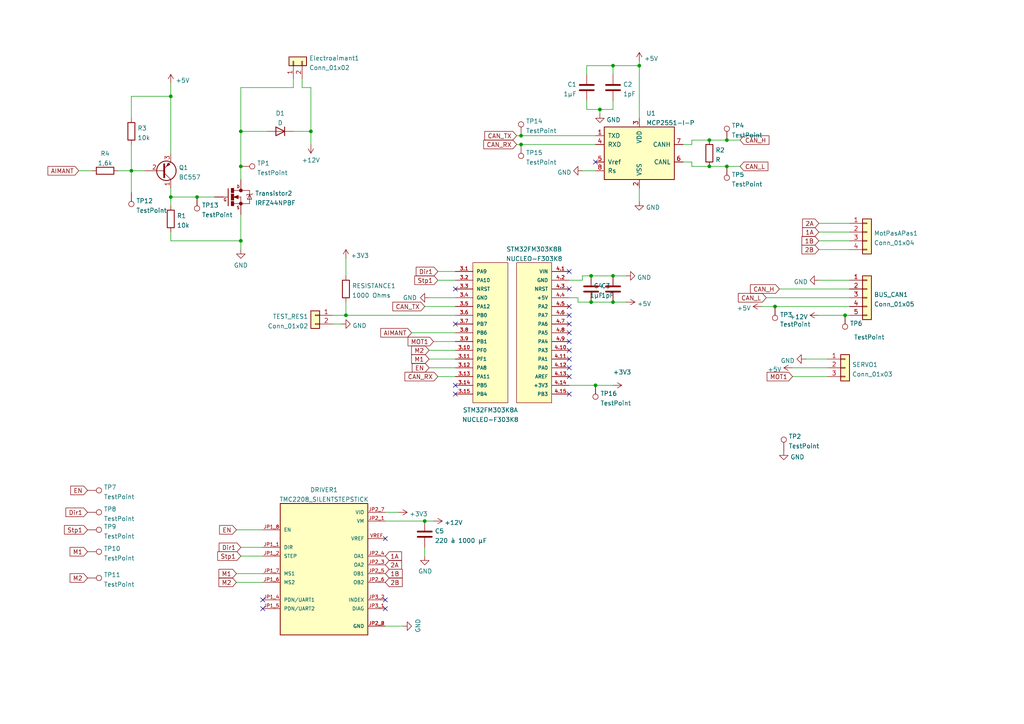
<source format=kicad_sch>
(kicad_sch (version 20211123) (generator eeschema)
  (paper "A4")
  (lib_symbols
    (symbol "Connector:TestPoint" (pin_numbers hide) (pin_names (offset 0.762) hide)
      (property "Reference" "TP" (at 0 6.858 0))
      (property "Value" "TestPoint" (at 0 5.08 0))
      (symbol "TestPoint_0_1"
        (circle (center 0 3.302) (radius 0.762))
      )
      (symbol "TestPoint_1_1"
        (pin passive line (at 0 0 90) (length 2.54) (name "1") (number "1"))
      )
    )
    (symbol "Connector_Generic:Conn_01x02" (pin_names (offset 1.016) hide)
      (property "Reference" "J" (at 0 2.54 0))
      (property "Value" "Conn_01x02" (at 0 -5.08 0))
      (symbol "Conn_01x02_1_1"
        (rectangle (start -1.27 -2.413) (end 0 -2.667) (stroke (width 0.1524)))
        (rectangle (start -1.27 0.127) (end 0 -0.127) (stroke (width 0.1524)))
        (rectangle (start -1.27 1.27) (end 1.27 -3.81) (stroke (width 0.254)) (fill (type background)))
        (pin passive line (at -5.08 0 0) (length 3.81) (name "Pin_1") (number "1"))
        (pin passive line (at -5.08 -2.54 0) (length 3.81) (name "Pin_2") (number "2"))
      )
    )
    (symbol "Connector_Generic:Conn_01x03" (pin_names (offset 1.016) hide)
      (property "Reference" "J" (at 0 5.08 0))
      (property "Value" "Conn_01x03" (at 0 -5.08 0))
      (symbol "Conn_01x03_1_1"
        (rectangle (start -1.27 -2.413) (end 0 -2.667) (stroke (width 0.1524)))
        (rectangle (start -1.27 0.127) (end 0 -0.127) (stroke (width 0.1524)))
        (rectangle (start -1.27 2.667) (end 0 2.413) (stroke (width 0.1524)))
        (rectangle (start -1.27 3.81) (end 1.27 -3.81) (stroke (width 0.254)) (fill (type background)))
        (pin passive line (at -5.08 2.54 0) (length 3.81) (name "Pin_1") (number "1"))
        (pin passive line (at -5.08 0 0) (length 3.81) (name "Pin_2") (number "2"))
        (pin passive line (at -5.08 -2.54 0) (length 3.81) (name "Pin_3") (number "3"))
      )
    )
    (symbol "Connector_Generic:Conn_01x04" (pin_names (offset 1.016) hide)
      (property "Reference" "J" (at 0 5.08 0))
      (property "Value" "Conn_01x04" (at 0 -7.62 0))
      (symbol "Conn_01x04_1_1"
        (rectangle (start -1.27 -4.953) (end 0 -5.207) (stroke (width 0.1524)))
        (rectangle (start -1.27 -2.413) (end 0 -2.667) (stroke (width 0.1524)))
        (rectangle (start -1.27 0.127) (end 0 -0.127) (stroke (width 0.1524)))
        (rectangle (start -1.27 2.667) (end 0 2.413) (stroke (width 0.1524)))
        (rectangle (start -1.27 3.81) (end 1.27 -6.35) (stroke (width 0.254)) (fill (type background)))
        (pin passive line (at -5.08 2.54 0) (length 3.81) (name "Pin_1") (number "1"))
        (pin passive line (at -5.08 0 0) (length 3.81) (name "Pin_2") (number "2"))
        (pin passive line (at -5.08 -2.54 0) (length 3.81) (name "Pin_3") (number "3"))
        (pin passive line (at -5.08 -5.08 0) (length 3.81) (name "Pin_4") (number "4"))
      )
    )
    (symbol "Connector_Generic:Conn_01x05" (pin_names (offset 1.016) hide)
      (property "Reference" "J" (at 0 7.62 0))
      (property "Value" "Conn_01x05" (at 0 -7.62 0))
      (symbol "Conn_01x05_1_1"
        (rectangle (start -1.27 -4.953) (end 0 -5.207) (stroke (width 0.1524)))
        (rectangle (start -1.27 -2.413) (end 0 -2.667) (stroke (width 0.1524)))
        (rectangle (start -1.27 0.127) (end 0 -0.127) (stroke (width 0.1524)))
        (rectangle (start -1.27 2.667) (end 0 2.413) (stroke (width 0.1524)))
        (rectangle (start -1.27 5.207) (end 0 4.953) (stroke (width 0.1524)))
        (rectangle (start -1.27 6.35) (end 1.27 -6.35) (stroke (width 0.254)) (fill (type background)))
        (pin passive line (at -5.08 5.08 0) (length 3.81) (name "Pin_1") (number "1"))
        (pin passive line (at -5.08 2.54 0) (length 3.81) (name "Pin_2") (number "2"))
        (pin passive line (at -5.08 0 0) (length 3.81) (name "Pin_3") (number "3"))
        (pin passive line (at -5.08 -2.54 0) (length 3.81) (name "Pin_4") (number "4"))
        (pin passive line (at -5.08 -5.08 0) (length 3.81) (name "Pin_5") (number "5"))
      )
    )
    (symbol "Device:C" (pin_numbers hide) (pin_names (offset 0.254))
      (property "Reference" "C" (at 0.635 2.54 0))
      (property "Value" "C" (at 0.635 -2.54 0))
      (symbol "C_0_1"
        (polyline (pts (xy -2.032 -0.762) (xy 2.032 -0.762)) (stroke (width 0.508)))
        (polyline (pts (xy -2.032 0.762) (xy 2.032 0.762)) (stroke (width 0.508)))
      )
      (symbol "C_1_1"
        (pin passive line (at 0 3.81 270) (length 2.794) (name "~") (number "1"))
        (pin passive line (at 0 -3.81 90) (length 2.794) (name "~") (number "2"))
      )
    )
    (symbol "Device:D" (pin_numbers hide) (pin_names (offset 1.016) hide)
      (property "Reference" "D" (at 0 2.54 0))
      (property "Value" "D" (at 0 -2.54 0))
      (symbol "D_0_1"
        (polyline (pts (xy -1.27 1.27) (xy -1.27 -1.27)) (stroke (width 0.254)))
        (polyline (pts (xy 1.27 0) (xy -1.27 0)))
        (polyline (pts (xy 1.27 1.27) (xy 1.27 -1.27) (xy -1.27 0) (xy 1.27 1.27)) (stroke (width 0.254)))
      )
      (symbol "D_1_1"
        (pin passive line (at -3.81 0 0) (length 2.54) (name "K") (number "1"))
        (pin passive line (at 3.81 0 180) (length 2.54) (name "A") (number "2"))
      )
    )
    (symbol "Device:R" (pin_numbers hide) (pin_names (offset 0))
      (property "Reference" "R" (at 2.032 0 90))
      (property "Value" "R" (at 0 0 90))
      (symbol "R_0_1"
        (rectangle (start -1.016 -2.54) (end 1.016 2.54) (stroke (width 0.254)))
      )
      (symbol "R_1_1"
        (pin passive line (at 0 3.81 270) (length 1.27) (name "~") (number "1"))
        (pin passive line (at 0 -3.81 90) (length 1.27) (name "~") (number "2"))
      )
    )
    (symbol "IRFZ44NPBF:IRFZ44NPBF" (pin_numbers hide) (pin_names (offset 1.016) hide)
      (property "Reference" "U" (at 5.08 2.54 0))
      (property "Value" "IRFZ44NPBF" (at 5.08 0 0))
      (symbol "IRFZ44NPBF_0_0"
        (rectangle (start -2.794 -2.54) (end -2.032 -1.27) (fill (type outline)))
        (rectangle (start -2.794 -0.889) (end -2.032 0.889) (fill (type outline)))
        (rectangle (start -2.794 1.27) (end -2.032 2.54) (fill (type outline)))
        (circle (center 0 -1.905) (radius 0.127) (stroke (width 0.4064)))
        (polyline (pts (xy -3.81 0) (xy -5.08 0)) (stroke (width 0.1524)))
        (polyline (pts (xy -3.6576 2.413) (xy -3.6576 -2.54)) (stroke (width 0.254)))
        (polyline (pts (xy -2.032 -1.905) (xy 0 -1.905)) (stroke (width 0.1524)))
        (polyline (pts (xy -2.032 0) (xy -0.762 -0.508)) (stroke (width 0.1524)))
        (polyline (pts (xy -1.778 0) (xy -0.889 -0.254)) (stroke (width 0.3048)))
        (polyline (pts (xy -0.889 -0.254) (xy -0.889 0)) (stroke (width 0.3048)))
        (polyline (pts (xy -0.889 0) (xy -1.143 0)) (stroke (width 0.3048)))
        (polyline (pts (xy -0.889 0) (xy 0 0)) (stroke (width 0.1524)))
        (polyline (pts (xy -0.889 0.254) (xy -1.778 0)) (stroke (width 0.3048)))
        (polyline (pts (xy -0.762 -0.508) (xy -0.762 0.508)) (stroke (width 0.1524)))
        (polyline (pts (xy -0.762 0.508) (xy -2.032 0)) (stroke (width 0.1524)))
        (polyline (pts (xy 0 -1.905) (xy 0 -2.54)) (stroke (width 0.1524)))
        (polyline (pts (xy 0 0) (xy 0 -1.905)) (stroke (width 0.1524)))
        (polyline (pts (xy 0 1.905) (xy -2.0066 1.905)) (stroke (width 0.1524)))
        (polyline (pts (xy 0 1.905) (xy 2.54 1.905)) (stroke (width 0.1524)))
        (polyline (pts (xy 0 2.54) (xy 0 1.905)) (stroke (width 0.1524)))
        (polyline (pts (xy 1.905 -0.635) (xy 3.175 -0.635)) (stroke (width 0.1524)))
        (polyline (pts (xy 1.905 0.762) (xy 1.651 0.508)) (stroke (width 0.1524)))
        (polyline (pts (xy 1.905 0.762) (xy 2.54 0.762)) (stroke (width 0.1524)))
        (polyline (pts (xy 2.54 -1.905) (xy 0 -1.905)) (stroke (width 0.1524)))
        (polyline (pts (xy 2.54 0.762) (xy 1.905 -0.635)) (stroke (width 0.1524)))
        (polyline (pts (xy 2.54 0.762) (xy 2.54 -1.905)) (stroke (width 0.1524)))
        (polyline (pts (xy 2.54 0.762) (xy 3.175 0.762)) (stroke (width 0.1524)))
        (polyline (pts (xy 2.54 1.905) (xy 2.54 0.762)) (stroke (width 0.1524)))
        (polyline (pts (xy 3.175 -0.635) (xy 2.54 0.762)) (stroke (width 0.1524)))
        (polyline (pts (xy 3.175 0.762) (xy 3.429 1.016)) (stroke (width 0.1524)))
        (circle (center 0 1.905) (radius 0.127) (stroke (width 0.4064)))
        (text "D" (at -1.27 2.54 0) (effects (font (size 0.8128 0.8128)) (justify left bottom)))
        (text "G" (at -5.08 -1.27 0) (effects (font (size 0.8128 0.8128)) (justify left bottom)))
        (text "S" (at -1.27 -3.556 0) (effects (font (size 0.8128 0.8128)) (justify left bottom)))
        (pin passive line (at -7.62 0 0) (length 2.54) (name "~") (number "1"))
        (pin passive line (at 0 5.08 270) (length 2.54) (name "~") (number "2"))
        (pin passive line (at 0 -5.08 90) (length 2.54) (name "~") (number "3"))
      )
    )
    (symbol "Interface_CAN_LIN:MCP2551-I-P" (pin_names (offset 1.016))
      (property "Reference" "U" (at -10.16 8.89 0))
      (property "Value" "MCP2551-I-P" (at 2.54 8.89 0))
      (symbol "MCP2551-I-P_0_1"
        (rectangle (start -10.16 7.62) (end 10.16 -7.62) (stroke (width 0.254)) (fill (type background)))
      )
      (symbol "MCP2551-I-P_1_1"
        (pin input line (at -12.7 5.08 0) (length 2.54) (name "TXD") (number "1"))
        (pin power_in line (at 0 -10.16 90) (length 2.54) (name "VSS") (number "2"))
        (pin power_in line (at 0 10.16 270) (length 2.54) (name "VDD") (number "3"))
        (pin output line (at -12.7 2.54 0) (length 2.54) (name "RXD") (number "4"))
        (pin power_out line (at -12.7 -2.54 0) (length 2.54) (name "Vref") (number "5"))
        (pin bidirectional line (at 12.7 -2.54 180) (length 2.54) (name "CANL") (number "6"))
        (pin bidirectional line (at 12.7 2.54 180) (length 2.54) (name "CANH") (number "7"))
        (pin input line (at -12.7 -5.08 0) (length 2.54) (name "Rs") (number "8"))
      )
    )
    (symbol "NUCLEO-F303K8:NUCLEO-F303K8" (pin_names (offset 1.016))
      (property "Reference" "A" (at -5.08 20.8534 0))
      (property "Value" "NUCLEO-F303K8" (at -5.08 -22.6314 0))
      (symbol "NUCLEO-F303K8_1_0"
        (rectangle (start -5.08 -20.32) (end 5.08 20.32) (stroke (width 0.1524)) (fill (type background)))
        (pin bidirectional line (at 10.16 17.78 180) (length 5.08) (name "PA9") (number "3.1"))
        (pin bidirectional line (at 10.16 -5.08 180) (length 5.08) (name "PF0") (number "3.10"))
        (pin bidirectional line (at 10.16 -7.62 180) (length 5.08) (name "PF1") (number "3.11"))
        (pin bidirectional line (at 10.16 -10.16 180) (length 5.08) (name "PA8") (number "3.12"))
        (pin bidirectional line (at 10.16 -12.7 180) (length 5.08) (name "PA11") (number "3.13"))
        (pin bidirectional line (at 10.16 -15.24 180) (length 5.08) (name "PB5") (number "3.14"))
        (pin bidirectional line (at 10.16 -17.78 180) (length 5.08) (name "PB4") (number "3.15"))
        (pin bidirectional line (at 10.16 15.24 180) (length 5.08) (name "PA10") (number "3.2"))
        (pin bidirectional line (at 10.16 12.7 180) (length 5.08) (name "NRST") (number "3.3"))
        (pin bidirectional line (at 10.16 10.16 180) (length 5.08) (name "GND") (number "3.4"))
        (pin bidirectional line (at 10.16 7.62 180) (length 5.08) (name "PA12") (number "3.5"))
        (pin bidirectional line (at 10.16 5.08 180) (length 5.08) (name "PB0") (number "3.6"))
        (pin bidirectional line (at 10.16 2.54 180) (length 5.08) (name "PB7") (number "3.7"))
        (pin bidirectional line (at 10.16 0 180) (length 5.08) (name "PB6") (number "3.8"))
        (pin bidirectional line (at 10.16 -2.54 180) (length 5.08) (name "PB1") (number "3.9"))
      )
      (symbol "NUCLEO-F303K8_2_0"
        (rectangle (start -5.08 -20.32) (end 5.08 20.32) (stroke (width 0.1524)) (fill (type background)))
        (pin bidirectional line (at 10.16 17.78 180) (length 5.08) (name "VIN") (number "4.1"))
        (pin bidirectional line (at 10.16 -5.08 180) (length 5.08) (name "PA3") (number "4.10"))
        (pin bidirectional line (at 10.16 -7.62 180) (length 5.08) (name "PA1") (number "4.11"))
        (pin bidirectional line (at 10.16 -10.16 180) (length 5.08) (name "PA0") (number "4.12"))
        (pin bidirectional line (at 10.16 -12.7 180) (length 5.08) (name "AREF") (number "4.13"))
        (pin bidirectional line (at 10.16 -15.24 180) (length 5.08) (name "+3V3") (number "4.14"))
        (pin bidirectional line (at 10.16 -17.78 180) (length 5.08) (name "PB3") (number "4.15"))
        (pin bidirectional line (at 10.16 15.24 180) (length 5.08) (name "GND") (number "4.2"))
        (pin bidirectional line (at 10.16 12.7 180) (length 5.08) (name "NRST") (number "4.3"))
        (pin bidirectional line (at 10.16 10.16 180) (length 5.08) (name "+5V") (number "4.4"))
        (pin bidirectional line (at 10.16 7.62 180) (length 5.08) (name "PA2") (number "4.5"))
        (pin bidirectional line (at 10.16 5.08 180) (length 5.08) (name "PA7") (number "4.6"))
        (pin bidirectional line (at 10.16 2.54 180) (length 5.08) (name "PA6") (number "4.7"))
        (pin bidirectional line (at 10.16 0 180) (length 5.08) (name "PA5") (number "4.8"))
        (pin bidirectional line (at 10.16 -2.54 180) (length 5.08) (name "PA4") (number "4.9"))
      )
    )
    (symbol "TMC2208_SILENTSTEPSTICK:TMC2208_SILENTSTEPSTICK" (pin_names (offset 1.016))
      (property "Reference" "U" (at -12.7 19.05 0))
      (property "Value" "TMC2208_SILENTSTEPSTICK" (at -12.7 -22.86 0))
      (symbol "TMC2208_SILENTSTEPSTICK_0_0"
        (rectangle (start -12.7 -20.32) (end 12.7 17.78) (stroke (width 0.254)) (fill (type background)))
        (pin input line (at -17.78 5.08 0) (length 5.08) (name "DIR") (number "JP1_1"))
        (pin input line (at -17.78 2.54 0) (length 5.08) (name "STEP") (number "JP1_2"))
        (pin bidirectional line (at -17.78 -10.16 0) (length 5.08) (name "PDN/UART1") (number "JP1_4"))
        (pin bidirectional line (at -17.78 -12.7 0) (length 5.08) (name "PDN/UART2") (number "JP1_5"))
        (pin input line (at -17.78 -5.08 0) (length 5.08) (name "MS2") (number "JP1_6"))
        (pin input line (at -17.78 -2.54 0) (length 5.08) (name "MS1") (number "JP1_7"))
        (pin input line (at -17.78 10.16 0) (length 5.08) (name "EN") (number "JP1_8"))
        (pin power_in line (at 17.78 12.7 180) (length 5.08) (name "VM") (number "JP2_1"))
        (pin power_in line (at 17.78 -17.78 180) (length 5.08) (name "GND") (number "JP2_2"))
        (pin passive line (at 17.78 0 180) (length 5.08) (name "OA2") (number "JP2_3"))
        (pin passive line (at 17.78 2.54 180) (length 5.08) (name "OA1") (number "JP2_4"))
        (pin passive line (at 17.78 -2.54 180) (length 5.08) (name "OB1") (number "JP2_5"))
        (pin passive line (at 17.78 -5.08 180) (length 5.08) (name "OB2") (number "JP2_6"))
        (pin power_in line (at 17.78 15.24 180) (length 5.08) (name "VIO") (number "JP2_7"))
        (pin power_in line (at 17.78 -17.78 180) (length 5.08) (name "GND") (number "JP2_8"))
        (pin output line (at 17.78 -12.7 180) (length 5.08) (name "DIAG") (number "JP3_1"))
        (pin output line (at 17.78 -10.16 180) (length 5.08) (name "INDEX") (number "JP3_2"))
        (pin passive line (at 17.78 7.62 180) (length 5.08) (name "VREF") (number "VREF"))
      )
    )
    (symbol "Transistor_BJT:BC557" (pin_names (offset 0) hide)
      (property "Reference" "Q" (at 5.08 1.905 0))
      (property "Value" "BC557" (at 5.08 0 0))
      (symbol "BC557_0_1"
        (polyline (pts (xy 0.635 0.635) (xy 2.54 2.54)))
        (polyline (pts (xy 0.635 -0.635) (xy 2.54 -2.54) (xy 2.54 -2.54)))
        (polyline (pts (xy 0.635 1.905) (xy 0.635 -1.905) (xy 0.635 -1.905)) (stroke (width 0.508)))
        (polyline (pts (xy 2.286 -1.778) (xy 1.778 -2.286) (xy 1.27 -1.27) (xy 2.286 -1.778) (xy 2.286 -1.778)) (fill (type outline)))
        (circle (center 1.27 0) (radius 2.8194) (stroke (width 0.254)))
      )
      (symbol "BC557_1_1"
        (pin passive line (at 2.54 5.08 270) (length 2.54) (name "C") (number "1"))
        (pin input line (at -5.08 0 0) (length 5.715) (name "B") (number "2"))
        (pin passive line (at 2.54 -5.08 90) (length 2.54) (name "E") (number "3"))
      )
    )
    (symbol "power:+12V" (power) (pin_names (offset 0))
      (property "Value" "+12V" (at 0 3.556 0))
      (symbol "+12V_0_1"
        (polyline (pts (xy -0.762 1.27) (xy 0 2.54)))
        (polyline (pts (xy 0 0) (xy 0 2.54)))
        (polyline (pts (xy 0 2.54) (xy 0.762 1.27)))
      )
      (symbol "+12V_1_1"
        (pin power_in line (at 0 0 90) (length 0) hide (name "+12V") (number "1"))
      )
    )
    (symbol "power:+3.3V" (power) (pin_names (offset 0))
      (property "Value" "+3.3V" (at 0 3.556 0))
      (symbol "+3.3V_0_1"
        (polyline (pts (xy -0.762 1.27) (xy 0 2.54)))
        (polyline (pts (xy 0 0) (xy 0 2.54)))
        (polyline (pts (xy 0 2.54) (xy 0.762 1.27)))
      )
      (symbol "+3.3V_1_1"
        (pin power_in line (at 0 0 90) (length 0) hide (name "+3V3") (number "1"))
      )
    )
    (symbol "power:+5V" (power) (pin_names (offset 0))
      (property "Value" "+5V" (at 0 3.556 0))
      (symbol "+5V_0_1"
        (polyline (pts (xy -0.762 1.27) (xy 0 2.54)))
        (polyline (pts (xy 0 0) (xy 0 2.54)))
        (polyline (pts (xy 0 2.54) (xy 0.762 1.27)))
      )
      (symbol "+5V_1_1"
        (pin power_in line (at 0 0 90) (length 0) hide (name "+5V") (number "1"))
      )
    )
    (symbol "power:GND" (power) (pin_names (offset 0))
      (property "Value" "GND" (at 0 -3.81 0))
      (symbol "GND_0_1"
        (polyline (pts (xy 0 0) (xy 0 -1.27) (xy 1.27 -1.27) (xy 0 -2.54) (xy -1.27 -1.27) (xy 0 -1.27)))
      )
      (symbol "GND_1_1"
        (pin power_in line (at 0 0 270) (length 0) hide (name "GND") (number "1"))
      )
    )
  )
  (junction (at 172.72 111.76))
  (junction (at 210.82 48.26))
  (junction (at 224.79 88.9))
  (junction (at 177.8 87.63))
  (junction (at 205.74 40.64))
  (junction (at 177.8 80.01))
  (junction (at 69.85 38.1))
  (junction (at 151.13 39.37))
  (junction (at 57.15 57.15))
  (junction (at 205.74 48.26))
  (junction (at 123.19 151.13))
  (junction (at 100.33 91.44))
  (junction (at 151.13 41.91))
  (junction (at 69.85 48.26))
  (junction (at 171.45 87.63))
  (junction (at 177.8 19.05))
  (junction (at 173.99 31.75))
  (junction (at 210.82 40.64))
  (junction (at 245.11 91.44))
  (junction (at 38.1 49.53))
  (junction (at 49.53 27.94))
  (junction (at 49.53 57.15))
  (junction (at 185.42 19.05))
  (junction (at 69.85 69.85))
  (junction (at 90.17 38.1))
  (junction (at 171.45 80.01))
  (no_connect (at 165.1 88.9))
  (no_connect (at 165.1 91.44))
  (no_connect (at 132.08 83.82))
  (no_connect (at 132.08 93.98))
  (no_connect (at 132.08 111.76))
  (no_connect (at 132.08 114.3))
  (no_connect (at 165.1 78.74))
  (no_connect (at 172.72 46.99))
  (no_connect (at 76.2 173.99))
  (no_connect (at 111.76 173.99))
  (no_connect (at 111.76 176.53))
  (no_connect (at 111.76 156.21))
  (no_connect (at 165.1 93.98))
  (no_connect (at 165.1 96.52))
  (no_connect (at 165.1 99.06))
  (no_connect (at 165.1 101.6))
  (no_connect (at 165.1 104.14))
  (no_connect (at 165.1 106.68))
  (no_connect (at 165.1 83.82))
  (no_connect (at 165.1 109.22))
  (no_connect (at 165.1 114.3))
  (no_connect (at 76.2 176.53))
  (wire (pts (xy 224.79 88.9) (xy 246.38 88.9)))
  (wire (pts (xy 127 78.74) (xy 132.08 78.74)))
  (wire (pts (xy 171.45 80.01) (xy 177.8 80.01)))
  (wire (pts (xy 124.46 101.6) (xy 132.08 101.6)))
  (wire (pts (xy 237.49 67.31) (xy 246.38 67.31)))
  (wire (pts (xy 69.85 48.26) (xy 69.85 52.07)))
  (wire (pts (xy 38.1 49.53) (xy 38.1 55.88)))
  (wire (pts (xy 127 109.22) (xy 132.08 109.22)))
  (wire (pts (xy 200.66 41.91) (xy 200.66 40.64)))
  (wire (pts (xy 226.06 83.82) (xy 246.38 83.82)))
  (wire (pts (xy 170.18 29.21) (xy 170.18 31.75)))
  (wire (pts (xy 229.87 106.68) (xy 240.03 106.68)))
  (wire (pts (xy 96.52 91.44) (xy 100.33 91.44)))
  (wire (pts (xy 111.76 151.13) (xy 123.19 151.13)))
  (wire (pts (xy 123.19 158.75) (xy 123.19 161.29)))
  (wire (pts (xy 34.29 49.53) (xy 38.1 49.53)))
  (wire (pts (xy 100.33 91.44) (xy 132.08 91.44)))
  (wire (pts (xy 173.99 31.75) (xy 173.99 33.02)))
  (wire (pts (xy 119.38 96.52) (xy 132.08 96.52)))
  (wire (pts (xy 90.17 25.4) (xy 90.17 38.1)))
  (wire (pts (xy 200.66 40.64) (xy 205.74 40.64)))
  (wire (pts (xy 170.18 19.05) (xy 177.8 19.05)))
  (wire (pts (xy 165.1 111.76) (xy 172.72 111.76)))
  (wire (pts (xy 87.63 25.4) (xy 90.17 25.4)))
  (wire (pts (xy 124.46 106.68) (xy 132.08 106.68)))
  (wire (pts (xy 38.1 27.94) (xy 38.1 34.29)))
  (wire (pts (xy 200.66 48.26) (xy 205.74 48.26)))
  (wire (pts (xy 123.19 151.13) (xy 125.73 151.13)))
  (wire (pts (xy 49.53 67.31) (xy 49.53 69.85)))
  (wire (pts (xy 205.74 40.64) (xy 210.82 40.64)))
  (wire (pts (xy 177.8 29.21) (xy 177.8 31.75)))
  (wire (pts (xy 185.42 17.78) (xy 185.42 19.05)))
  (wire (pts (xy 123.19 88.9) (xy 132.08 88.9)))
  (wire (pts (xy 68.58 153.67) (xy 76.2 153.67)))
  (wire (pts (xy 69.85 62.23) (xy 69.85 69.85)))
  (wire (pts (xy 69.85 38.1) (xy 77.47 38.1)))
  (wire (pts (xy 245.11 91.44) (xy 246.38 91.44)))
  (wire (pts (xy 57.15 57.15) (xy 62.23 57.15)))
  (wire (pts (xy 168.91 80.01) (xy 171.45 80.01)))
  (wire (pts (xy 49.53 27.94) (xy 49.53 44.45)))
  (wire (pts (xy 149.86 41.91) (xy 151.13 41.91)))
  (wire (pts (xy 198.12 41.91) (xy 200.66 41.91)))
  (wire (pts (xy 49.53 57.15) (xy 49.53 59.69)))
  (wire (pts (xy 125.73 99.06) (xy 132.08 99.06)))
  (wire (pts (xy 210.82 48.26) (xy 214.63 48.26)))
  (wire (pts (xy 165.1 81.28) (xy 168.91 81.28)))
  (wire (pts (xy 220.98 88.9) (xy 224.79 88.9)))
  (wire (pts (xy 69.85 38.1) (xy 69.85 48.26)))
  (wire (pts (xy 111.76 181.61) (xy 116.84 181.61)))
  (wire (pts (xy 38.1 41.91) (xy 38.1 49.53)))
  (wire (pts (xy 87.63 22.86) (xy 87.63 25.4)))
  (wire (pts (xy 210.82 40.64) (xy 214.63 40.64)))
  (wire (pts (xy 185.42 54.61) (xy 185.42 58.42)))
  (wire (pts (xy 177.8 19.05) (xy 177.8 21.59)))
  (wire (pts (xy 167.64 86.36) (xy 167.64 87.63)))
  (wire (pts (xy 100.33 87.63) (xy 100.33 91.44)))
  (wire (pts (xy 151.13 41.91) (xy 172.72 41.91)))
  (wire (pts (xy 177.8 19.05) (xy 185.42 19.05)))
  (wire (pts (xy 168.91 81.28) (xy 168.91 80.01)))
  (wire (pts (xy 165.1 86.36) (xy 167.64 86.36)))
  (wire (pts (xy 233.68 104.14) (xy 240.03 104.14)))
  (wire (pts (xy 69.85 69.85) (xy 69.85 72.39)))
  (wire (pts (xy 237.49 91.44) (xy 245.11 91.44)))
  (wire (pts (xy 171.45 87.63) (xy 177.8 87.63)))
  (wire (pts (xy 49.53 69.85) (xy 69.85 69.85)))
  (wire (pts (xy 124.46 104.14) (xy 132.08 104.14)))
  (wire (pts (xy 185.42 19.05) (xy 185.42 34.29)))
  (wire (pts (xy 49.53 24.13) (xy 49.53 27.94)))
  (wire (pts (xy 172.72 111.76) (xy 177.8 111.76)))
  (wire (pts (xy 68.58 168.91) (xy 76.2 168.91)))
  (wire (pts (xy 173.99 31.75) (xy 177.8 31.75)))
  (wire (pts (xy 85.09 38.1) (xy 90.17 38.1)))
  (wire (pts (xy 69.85 158.75) (xy 76.2 158.75)))
  (wire (pts (xy 237.49 72.39) (xy 246.38 72.39)))
  (wire (pts (xy 222.25 86.36) (xy 246.38 86.36)))
  (wire (pts (xy 170.18 31.75) (xy 173.99 31.75)))
  (wire (pts (xy 100.33 74.93) (xy 100.33 80.01)))
  (wire (pts (xy 69.85 38.1) (xy 69.85 25.4)))
  (wire (pts (xy 170.18 21.59) (xy 170.18 19.05)))
  (wire (pts (xy 205.74 48.26) (xy 210.82 48.26)))
  (wire (pts (xy 177.8 80.01) (xy 181.61 80.01)))
  (wire (pts (xy 69.85 25.4) (xy 85.09 25.4)))
  (wire (pts (xy 38.1 49.53) (xy 41.91 49.53)))
  (wire (pts (xy 198.12 46.99) (xy 200.66 46.99)))
  (wire (pts (xy 237.49 69.85) (xy 246.38 69.85)))
  (wire (pts (xy 237.49 64.77) (xy 246.38 64.77)))
  (wire (pts (xy 68.58 166.37) (xy 76.2 166.37)))
  (wire (pts (xy 200.66 46.99) (xy 200.66 48.26)))
  (wire (pts (xy 149.86 39.37) (xy 151.13 39.37)))
  (wire (pts (xy 229.87 109.22) (xy 240.03 109.22)))
  (wire (pts (xy 90.17 38.1) (xy 90.17 41.91)))
  (wire (pts (xy 168.91 49.53) (xy 172.72 49.53)))
  (wire (pts (xy 151.13 39.37) (xy 172.72 39.37)))
  (wire (pts (xy 167.64 87.63) (xy 171.45 87.63)))
  (wire (pts (xy 127 81.28) (xy 132.08 81.28)))
  (wire (pts (xy 237.49 81.28) (xy 246.38 81.28)))
  (wire (pts (xy 49.53 57.15) (xy 57.15 57.15)))
  (wire (pts (xy 124.46 86.36) (xy 132.08 86.36)))
  (wire (pts (xy 38.1 27.94) (xy 49.53 27.94)))
  (wire (pts (xy 49.53 54.61) (xy 49.53 57.15)))
  (wire (pts (xy 99.06 93.98) (xy 96.52 93.98)))
  (wire (pts (xy 111.76 148.59) (xy 115.57 148.59)))
  (wire (pts (xy 22.86 49.53) (xy 26.67 49.53)))
  (wire (pts (xy 69.85 161.29) (xy 76.2 161.29)))
  (wire (pts (xy 177.8 87.63) (xy 181.61 87.63)))
  (wire (pts (xy 85.09 22.86) (xy 85.09 25.4)))
  (global_label "2A" (shape input) (at 237.49 64.77 180) (property "Intersheet References" "${INTERSHEET_REFS}" (effects hide)))
  (global_label "1B" (shape input) (at 111.76 166.37 0) (property "Intersheet References" "${INTERSHEET_REFS}" (effects hide)))
  (global_label "MOT1" (shape input) (at 229.87 109.22 180) (property "Intersheet References" "${INTERSHEET_REFS}" (effects hide)))
  (global_label "2B" (shape input) (at 111.76 168.91 0) (property "Intersheet References" "${INTERSHEET_REFS}" (effects hide)))
  (global_label "Stp1" (shape input) (at 69.85 161.29 180) (property "Intersheet References" "${INTERSHEET_REFS}" (effects hide)))
  (global_label "M1" (shape input) (at 25.4 160.02 180) (property "Intersheet References" "${INTERSHEET_REFS}" (effects hide)))
  (global_label "Dir1" (shape input) (at 127 78.74 180) (property "Intersheet References" "${INTERSHEET_REFS}" (effects hide)))
  (global_label "Dir1" (shape input) (at 25.4 148.59 180) (property "Intersheet References" "${INTERSHEET_REFS}" (effects hide)))
  (global_label "CAN_L" (shape input) (at 214.63 48.26 0) (property "Intersheet References" "${INTERSHEET_REFS}" (effects hide)))
  (global_label "M2" (shape input) (at 124.46 101.6 180) (property "Intersheet References" "${INTERSHEET_REFS}" (effects hide)))
  (global_label "CAN_RX" (shape input) (at 127 109.22 180) (property "Intersheet References" "${INTERSHEET_REFS}" (effects hide)))
  (global_label "CAN_TX" (shape input) (at 149.86 39.37 180) (property "Intersheet References" "${INTERSHEET_REFS}" (effects hide)))
  (global_label "2B" (shape input) (at 237.49 72.39 180) (property "Intersheet References" "${INTERSHEET_REFS}" (effects hide)))
  (global_label "M1" (shape input) (at 124.46 104.14 180) (property "Intersheet References" "${INTERSHEET_REFS}" (effects hide)))
  (global_label "CAN_L" (shape input) (at 222.25 86.36 180) (property "Intersheet References" "${INTERSHEET_REFS}" (effects hide)))
  (global_label "CAN_TX" (shape input) (at 123.19 88.9 180) (property "Intersheet References" "${INTERSHEET_REFS}" (effects hide)))
  (global_label "CAN_H" (shape input) (at 226.06 83.82 180) (property "Intersheet References" "${INTERSHEET_REFS}" (effects hide)))
  (global_label "AIMANT" (shape input) (at 22.86 49.53 180) (property "Intersheet References" "${INTERSHEET_REFS}" (effects hide)))
  (global_label "EN" (shape input) (at 68.58 153.67 180) (property "Intersheet References" "${INTERSHEET_REFS}" (effects hide)))
  (global_label "Stp1" (shape input) (at 127 81.28 180) (property "Intersheet References" "${INTERSHEET_REFS}" (effects hide)))
  (global_label "1B" (shape input) (at 237.49 69.85 180) (property "Intersheet References" "${INTERSHEET_REFS}" (effects hide)))
  (global_label "M2" (shape input) (at 25.4 167.64 180) (property "Intersheet References" "${INTERSHEET_REFS}" (effects hide)))
  (global_label "2A" (shape input) (at 111.76 163.83 0) (property "Intersheet References" "${INTERSHEET_REFS}" (effects hide)))
  (global_label "M2" (shape input) (at 68.58 168.91 180) (property "Intersheet References" "${INTERSHEET_REFS}" (effects hide)))
  (global_label "Stp1" (shape input) (at 25.4 153.67 180) (property "Intersheet References" "${INTERSHEET_REFS}" (effects hide)))
  (global_label "MOT1" (shape input) (at 125.73 99.06 180) (property "Intersheet References" "${INTERSHEET_REFS}" (effects hide)))
  (global_label "CAN_RX" (shape input) (at 149.86 41.91 180) (property "Intersheet References" "${INTERSHEET_REFS}" (effects hide)))
  (global_label "M1" (shape input) (at 68.58 166.37 180) (property "Intersheet References" "${INTERSHEET_REFS}" (effects hide)))
  (global_label "Dir1" (shape input) (at 69.85 158.75 180) (property "Intersheet References" "${INTERSHEET_REFS}" (effects hide)))
  (global_label "EN" (shape input) (at 25.4 142.24 180) (property "Intersheet References" "${INTERSHEET_REFS}" (effects hide)))
  (global_label "CAN_H" (shape input) (at 214.63 40.64 0) (property "Intersheet References" "${INTERSHEET_REFS}" (effects hide)))
  (global_label "AIMANT" (shape input) (at 119.38 96.52 180) (property "Intersheet References" "${INTERSHEET_REFS}" (effects hide)))
  (global_label "1A" (shape input) (at 237.49 67.31 180) (property "Intersheet References" "${INTERSHEET_REFS}" (effects hide)))
  (global_label "EN" (shape input) (at 124.46 106.68 180) (property "Intersheet References" "${INTERSHEET_REFS}" (effects hide)))
  (global_label "1A" (shape input) (at 111.76 161.29 0) (property "Intersheet References" "${INTERSHEET_REFS}" (effects hide)))
  (symbol (lib_id "Device:C") (at 177.8 83.82 0) (unit 1)
    (property "Reference" "C4" (at 174.879 82.9115 0) (effects (justify right)))
    (property "Value" "1µF" (at 174.879 85.6866 0) (effects (justify right)))
    (property "Footprint" "Capacitor_SMD:C_1206_3216Metric" (effects hide))
  )
  (symbol (lib_id "Connector:TestPoint") (at 245.11 91.44 180) (unit 1)
    (property "Reference" "TP6" (at 246.507 93.8335 0) (effects (justify right)))
    (property "Value" "TestPoint" (at 247.65 97.79 0) (effects (justify right)))
    (property "Footprint" "TestPoint:TestPoint_Pad_D2.0mm" (effects hide))
  )
  (symbol (lib_id "Connector:TestPoint") (at 172.72 111.76 180) (unit 1)
    (property "Reference" "TP16" (at 174.117 114.1535 0) (effects (justify right)))
    (property "Value" "TestPoint" (at 174.117 116.9286 0) (effects (justify right)))
    (property "Footprint" "TestPoint:TestPoint_Pad_D2.0mm" (effects hide))
  )
  (symbol (lib_id "Connector:TestPoint") (at 25.4 160.02 270) (unit 1)
    (property "Reference" "TP10" (at 30.099 159.1115 90) (effects (justify left)))
    (property "Value" "TestPoint" (at 30.099 161.8866 90) (effects (justify left)))
    (property "Footprint" "TestPoint:TestPoint_Pad_D2.0mm" (effects hide))
  )
  (symbol (lib_id "Device:C") (at 177.8 25.4 0) (unit 1)
    (property "Reference" "C2" (at 180.721 24.4915 0) (effects (justify left)))
    (property "Value" "1pF" (at 180.721 27.2666 0) (effects (justify left)))
    (property "Footprint" "Capacitor_SMD:C_1206_3216Metric" (effects hide))
  )
  (symbol (lib_id "power:+5V") (at 220.98 88.9 90) (mirror x) (unit 1)
    (property "Reference" "#PWR0120" (effects hide))
    (property "Value" "+5V" (at 217.8051 89.379 90) (effects (justify left)))
  )
  (symbol (lib_id "power:GND") (at 227.33 130.81 0) (unit 1)
    (property "Reference" "#PWR0122" (effects hide))
    (property "Value" "GND" (at 229.235 132.559 0) (effects (justify left)))
  )
  (symbol (lib_id "Connector_Generic:Conn_01x02") (at 91.44 91.44 0) (mirror y) (unit 1)
    (property "Reference" "TEST_RES1" (at 89.408 91.8015 0) (effects (justify left)))
    (property "Value" "Conn_01x02" (at 89.408 94.5766 0) (effects (justify left)))
    (property "Footprint" "Connector_PinSocket_2.54mm:PinSocket_1x02_P2.54mm_Vertical" (effects hide))
  )
  (symbol (lib_id "Connector:TestPoint") (at 151.13 41.91 180) (unit 1)
    (property "Reference" "TP15" (at 152.527 44.3035 0) (effects (justify right)))
    (property "Value" "TestPoint" (at 152.527 47.0786 0) (effects (justify right)))
    (property "Footprint" "TestPoint:TestPoint_Pad_D2.0mm" (effects hide))
  )
  (symbol (lib_id "power:GND") (at 237.49 81.28 270) (unit 1)
    (property "Reference" "#PWR0108" (effects hide))
    (property "Value" "GND" (at 234.3151 81.759 90) (effects (justify right)))
  )
  (symbol (lib_id "NUCLEO-F303K8:NUCLEO-F303K8") (at 154.94 96.52 0) (unit 2)
    (property "Reference" "STM32FM303K8" (at 154.94 72.2843 0))
    (property "Value" "NUCLEO-F303K8" (at 154.94 75.0594 0))
    (property "Footprint" "empreinte:iou" (effects hide))
    (property "MANUFACTURER" "ST Microelectronics" (effects hide))
    (property "STANDARD" "Manufacturer rEcommendation" (effects hide))
    (property "PARTREV" "3" (effects hide))
  )
  (symbol (lib_id "power:GND") (at 168.91 49.53 270) (unit 1)
    (property "Reference" "#PWR0119" (effects hide))
    (property "Value" "GND" (at 165.7351 50.009 90) (effects (justify right)))
  )
  (symbol (lib_id "Connector:TestPoint") (at 25.4 153.67 270) (unit 1)
    (property "Reference" "TP9" (at 30.099 152.7615 90) (effects (justify left)))
    (property "Value" "TestPoint" (at 30.099 155.5366 90) (effects (justify left)))
    (property "Footprint" "TestPoint:TestPoint_Pad_D2.0mm" (effects hide))
  )
  (symbol (lib_id "Device:R") (at 38.1 38.1 180) (unit 1)
    (property "Reference" "R3" (at 39.878 37.1915 0) (effects (justify right)))
    (property "Value" "10k" (at 39.878 39.9666 0) (effects (justify right)))
    (property "Footprint" "Resistor_THT:R_Axial_DIN0207_L6.3mm_D2.5mm_P10.16mm_Horizontal" (effects hide))
  )
  (symbol (lib_id "power:+5V") (at 229.87 106.68 90) (mirror x) (unit 1)
    (property "Reference" "#PWR0121" (effects hide))
    (property "Value" "+5V" (at 226.6951 107.159 90) (effects (justify left)))
  )
  (symbol (lib_id "Connector:TestPoint") (at 69.85 48.26 270) (unit 1)
    (property "Reference" "TP1" (at 74.549 47.3515 90) (effects (justify left)))
    (property "Value" "TestPoint" (at 74.549 50.1266 90) (effects (justify left)))
    (property "Footprint" "TestPoint:TestPoint_Pad_D2.0mm" (effects hide))
  )
  (symbol (lib_id "Interface_CAN_LIN:MCP2551-I-P") (at 185.42 44.45 0) (unit 1)
    (property "Reference" "U1" (at 187.4394 32.8635 0) (effects (justify left)))
    (property "Value" "MCP2551-I-P" (at 187.4394 35.6386 0) (effects (justify left)))
    (property "Footprint" "Package_DIP:DIP-8_W7.62mm" (effects hide))
    (property "Datasheet" "http://ww1.microchip.com/downloads/en/devicedoc/21667d.pdf" (effects hide))
  )
  (symbol (lib_id "Device:R") (at 205.74 44.45 0) (unit 1)
    (property "Reference" "R2" (at 207.518 43.5415 0) (effects (justify left)))
    (property "Value" "R" (at 207.518 46.3166 0) (effects (justify left)))
    (property "Footprint" "Resistor_THT:R_Axial_DIN0207_L6.3mm_D2.5mm_P10.16mm_Horizontal" (effects hide))
  )
  (symbol (lib_id "Connector_Generic:Conn_01x02") (at 85.09 17.78 90) (unit 1)
    (property "Reference" "Electroaimant1" (at 89.662 16.8715 90) (effects (justify right)))
    (property "Value" "Conn_01x02" (at 89.662 19.6466 90) (effects (justify right)))
    (property "Footprint" "Connector_JST:JST_PH_B2B-PH-K_1x02_P2.00mm_Vertical" (effects hide))
  )
  (symbol (lib_id "NUCLEO-F303K8:NUCLEO-F303K8") (at 142.24 96.52 0) (mirror y) (unit 1)
    (property "Reference" "STM32FM303K8" (at 142.24 118.9387 0))
    (property "Value" "NUCLEO-F303K8" (at 142.24 121.7138 0))
    (property "Footprint" "empreinte:iou" (effects hide))
    (property "MANUFACTURER" "ST Microelectronics" (effects hide))
    (property "STANDARD" "Manufacturer rEcommendation" (effects hide))
    (property "PARTREV" "3" (effects hide))
  )
  (symbol (lib_id "power:+5V") (at 49.53 24.13 0) (unit 1)
    (property "Reference" "#PWR0118" (effects hide))
    (property "Value" "+5V" (at 50.927 23.339 0) (effects (justify left)))
  )
  (symbol (lib_id "power:+12V") (at 125.73 151.13 270) (mirror x) (unit 1)
    (property "Reference" "#PWR0117" (effects hide))
    (property "Value" "+12V" (at 128.905 151.609 90) (effects (justify left)))
  )
  (symbol (lib_id "power:+12V") (at 90.17 41.91 180) (unit 1)
    (property "Reference" "#PWR0112" (effects hide))
    (property "Value" "+12V" (at 90.17 46.4725 0))
  )
  (symbol (lib_id "power:GND") (at 99.06 93.98 90) (mirror x) (unit 1)
    (property "Reference" "#PWR0102" (effects hide))
    (property "Value" "GND" (at 102.2349 94.459 90) (effects (justify right)))
  )
  (symbol (lib_id "Transistor_BJT:BC557") (at 46.99 49.53 0) (mirror x) (unit 1)
    (property "Reference" "Q1" (at 51.8414 48.6215 0) (effects (justify left)))
    (property "Value" "BC557" (at 51.8414 51.3966 0) (effects (justify left)))
    (property "Footprint" "Package_TO_SOT_THT:TO-92_Inline" (effects hide))
    (property "Datasheet" "https://www.onsemi.com/pub/Collateral/BC556BTA-D.pdf" (effects hide))
  )
  (symbol (lib_id "Connector:TestPoint") (at 224.79 88.9 180) (unit 1)
    (property "Reference" "TP3" (at 226.187 91.2935 0) (effects (justify right)))
    (property "Value" "TestPoint" (at 226.187 94.0686 0) (effects (justify right)))
    (property "Footprint" "TestPoint:TestPoint_Pad_D2.0mm" (effects hide))
  )
  (symbol (lib_id "Connector_Generic:Conn_01x04") (at 251.46 67.31 0) (unit 1)
    (property "Reference" "MotPasAPas1" (at 253.492 67.6715 0) (effects (justify left)))
    (property "Value" "Conn_01x04" (at 253.492 70.4466 0) (effects (justify left)))
    (property "Footprint" "Connector_PinSocket_2.54mm:PinSocket_1x04_P2.54mm_Vertical" (effects hide))
  )
  (symbol (lib_id "Connector:TestPoint") (at 210.82 40.64 0) (unit 1)
    (property "Reference" "TP4" (at 212.217 36.4295 0) (effects (justify left)))
    (property "Value" "TestPoint" (at 212.217 39.2046 0) (effects (justify left)))
    (property "Footprint" "TestPoint:TestPoint_Pad_D2.0mm" (effects hide))
  )
  (symbol (lib_id "Device:R") (at 30.48 49.53 270) (unit 1)
    (property "Reference" "R4" (at 30.48 44.5475 90))
    (property "Value" "1,6k" (at 30.48 47.3226 90))
    (property "Footprint" "Resistor_THT:R_Axial_DIN0207_L6.3mm_D2.5mm_P10.16mm_Horizontal" (effects hide))
  )
  (symbol (lib_id "Device:R") (at 49.53 63.5 180) (unit 1)
    (property "Reference" "R1" (at 51.308 62.5915 0) (effects (justify right)))
    (property "Value" "10k" (at 51.308 65.3666 0) (effects (justify right)))
    (property "Footprint" "Resistor_THT:R_Axial_DIN0207_L6.3mm_D2.5mm_P10.16mm_Horizontal" (effects hide))
  )
  (symbol (lib_id "Connector:TestPoint") (at 151.13 39.37 0) (unit 1)
    (property "Reference" "TP14" (at 152.527 35.1595 0) (effects (justify left)))
    (property "Value" "TestPoint" (at 152.527 37.9346 0) (effects (justify left)))
    (property "Footprint" "TestPoint:TestPoint_Pad_D2.0mm" (effects hide))
  )
  (symbol (lib_id "power:+12V") (at 237.49 91.44 90) (mirror x) (unit 1)
    (property "Reference" "#PWR0115" (effects hide))
    (property "Value" "+12V" (at 234.315 91.919 90) (effects (justify left)))
  )
  (symbol (lib_id "power:+5V") (at 185.42 17.78 0) (unit 1)
    (property "Reference" "#PWR0109" (effects hide))
    (property "Value" "+5V" (at 186.817 16.989 0) (effects (justify left)))
  )
  (symbol (lib_id "power:+3.3V") (at 100.33 74.93 0) (unit 1)
    (property "Reference" "#PWR0116" (effects hide))
    (property "Value" "+3.3V" (at 101.727 74.139 0) (effects (justify left)))
  )
  (symbol (lib_id "TMC2208_SILENTSTEPSTICK:TMC2208_SILENTSTEPSTICK") (at 93.98 163.83 0) (unit 1)
    (property "Reference" "DRIVER1" (at 93.98 142.0835 0))
    (property "Value" "TMC2208_SILENTSTEPSTICK" (at 93.98 144.8586 0))
    (property "Footprint" "MODULE_TMC2208_SILENTSTEPSTICK" (effects hide))
    (property "MANUFACTURER" "Trinamic Motion" (effects hide))
  )
  (symbol (lib_id "Connector:TestPoint") (at 25.4 148.59 270) (unit 1)
    (property "Reference" "TP8" (at 30.099 147.6815 90) (effects (justify left)))
    (property "Value" "TestPoint" (at 30.099 150.4566 90) (effects (justify left)))
    (property "Footprint" "TestPoint:TestPoint_Pad_D2.0mm" (effects hide))
  )
  (symbol (lib_id "power:GND") (at 124.46 86.36 270) (mirror x) (unit 1)
    (property "Reference" "#PWR0110" (effects hide))
    (property "Value" "GND" (at 116.84 86.36 90) (effects (justify left)))
  )
  (symbol (lib_id "Connector:TestPoint") (at 210.82 48.26 180) (unit 1)
    (property "Reference" "TP5" (at 212.217 50.6535 0) (effects (justify right)))
    (property "Value" "TestPoint" (at 212.217 53.4286 0) (effects (justify right)))
    (property "Footprint" "TestPoint:TestPoint_Pad_D2.0mm" (effects hide))
  )
  (symbol (lib_id "power:GND") (at 69.85 72.39 0) (unit 1)
    (property "Reference" "#PWR0114" (effects hide))
    (property "Value" "GND" (at 69.85 76.9525 0))
  )
  (symbol (lib_id "power:+5V") (at 181.61 87.63 270) (unit 1)
    (property "Reference" "#PWR0106" (effects hide))
    (property "Value" "+5V" (at 184.785 88.109 90) (effects (justify left)))
  )
  (symbol (lib_id "power:+3.3V") (at 115.57 148.59 270) (unit 1)
    (property "Reference" "#PWR0111" (effects hide))
    (property "Value" "+3.3V" (at 118.745 149.069 90) (effects (justify left)))
  )
  (symbol (lib_id "power:GND") (at 116.84 181.61 90) (unit 1)
    (property "Reference" "#PWR0113" (effects hide))
    (property "Value" "GND" (at 121.2342 181.483 0))
  )
  (symbol (lib_id "Connector_Generic:Conn_01x03") (at 245.11 106.68 0) (unit 1)
    (property "Reference" "SERVO1" (at 247.142 105.7715 0) (effects (justify left)))
    (property "Value" "Conn_01x03" (at 247.142 108.5466 0) (effects (justify left)))
    (property "Footprint" "Connector_JST:JST_PH_B3B-PH-K_1x03_P2.00mm_Vertical" (effects hide))
  )
  (symbol (lib_id "power:GND") (at 173.99 33.02 0) (unit 1)
    (property "Reference" "#PWR0101" (effects hide))
    (property "Value" "GND" (at 175.895 34.769 0) (effects (justify left)))
  )
  (symbol (lib_id "Device:D") (at 81.28 38.1 0) (mirror y) (unit 1)
    (property "Reference" "D1" (at 81.28 32.8635 0))
    (property "Value" "D" (at 81.28 35.6386 0))
    (property "Footprint" "Diode_THT:D_A-405_P12.70mm_Horizontal" (effects hide))
  )
  (symbol (lib_id "power:GND") (at 185.42 58.42 0) (unit 1)
    (property "Reference" "#PWR0107" (effects hide))
    (property "Value" "GND" (at 187.325 60.169 0) (effects (justify left)))
  )
  (symbol (lib_id "Connector:TestPoint") (at 25.4 142.24 270) (unit 1)
    (property "Reference" "TP7" (at 30.099 141.3315 90) (effects (justify left)))
    (property "Value" "TestPoint" (at 30.099 144.1066 90) (effects (justify left)))
    (property "Footprint" "TestPoint:TestPoint_Pad_D2.0mm" (effects hide))
  )
  (symbol (lib_id "Device:C") (at 170.18 25.4 0) (unit 1)
    (property "Reference" "C1" (at 167.259 24.4915 0) (effects (justify right)))
    (property "Value" "1µF" (at 167.259 27.2666 0) (effects (justify right)))
    (property "Footprint" "Capacitor_SMD:C_1206_3216Metric" (effects hide))
  )
  (symbol (lib_id "power:GND") (at 233.68 104.14 270) (unit 1)
    (property "Reference" "#PWR0103" (effects hide))
    (property "Value" "GND" (at 230.5051 104.619 90) (effects (justify right)))
  )
  (symbol (lib_id "Device:R") (at 100.33 83.82 0) (unit 1)
    (property "Reference" "RESISTANCE1" (at 102.108 82.9115 0) (effects (justify left)))
    (property "Value" "1000 Ohms" (at 102.108 85.6866 0) (effects (justify left)))
    (property "Footprint" "Resistor_THT:R_Axial_DIN0207_L6.3mm_D2.5mm_P10.16mm_Horizontal" (effects hide))
  )
  (symbol (lib_id "Connector:TestPoint") (at 57.15 57.15 180) (unit 1)
    (property "Reference" "TP13" (at 58.547 59.5435 0) (effects (justify right)))
    (property "Value" "TestPoint" (at 58.547 62.3186 0) (effects (justify right)))
    (property "Footprint" "TestPoint:TestPoint_Pad_D2.0mm" (effects hide))
  )
  (symbol (lib_id "Connector:TestPoint") (at 227.33 130.81 0) (unit 1)
    (property "Reference" "TP2" (at 228.727 126.5995 0) (effects (justify left)))
    (property "Value" "TestPoint" (at 228.727 129.3746 0) (effects (justify left)))
    (property "Footprint" "TestPoint:TestPoint_Pad_D2.0mm" (effects hide))
  )
  (symbol (lib_id "power:+3.3V") (at 177.8 111.76 270) (unit 1)
    (property "Reference" "#PWR0104" (effects hide))
    (property "Value" "+3.3V" (at 177.8 107.95 90) (effects (justify left)))
  )
  (symbol (lib_id "Device:C") (at 171.45 83.82 0) (unit 1)
    (property "Reference" "C3" (at 174.371 82.9115 0) (effects (justify left)))
    (property "Value" "1pF" (at 174.371 85.6866 0) (effects (justify left)))
    (property "Footprint" "Capacitor_SMD:C_1206_3216Metric" (effects hide))
  )
  (symbol (lib_id "power:GND") (at 181.61 80.01 90) (unit 1)
    (property "Reference" "#PWR0105" (effects hide))
    (property "Value" "GND" (at 184.785 80.489 90) (effects (justify right)))
  )
  (symbol (lib_id "Device:C") (at 123.19 154.94 0) (unit 1)
    (property "Reference" "C5" (at 126.111 154.0315 0) (effects (justify left)))
    (property "Value" "220 à 1000 µF" (at 126.111 156.8066 0) (effects (justify left)))
    (property "Footprint" "Capacitor_THT:CP_Radial_D8.0mm_P3.50mm" (effects hide))
  )
  (symbol (lib_id "Connector:TestPoint") (at 38.1 55.88 180) (unit 1)
    (property "Reference" "TP12" (at 39.497 58.2735 0) (effects (justify right)))
    (property "Value" "TestPoint" (at 39.497 61.0486 0) (effects (justify right)))
    (property "Footprint" "TestPoint:TestPoint_Pad_D2.0mm" (effects hide))
  )
  (symbol (lib_id "power:GND") (at 123.19 161.29 0) (unit 1)
    (property "Reference" "#PWR01" (effects hide))
    (property "Value" "GND" (at 123.317 165.6842 0))
  )
  (symbol (lib_id "Connector:TestPoint") (at 25.4 167.64 270) (unit 1)
    (property "Reference" "TP11" (at 30.099 166.7315 90) (effects (justify left)))
    (property "Value" "TestPoint" (at 30.099 169.5066 90) (effects (justify left)))
    (property "Footprint" "TestPoint:TestPoint_Pad_D2.0mm" (effects hide))
  )
  (symbol (lib_id "IRFZ44NPBF:IRFZ44NPBF") (at 69.85 57.15 0) (unit 1)
    (property "Reference" "Transistor2" (at 73.9902 56.0952 0) (effects (justify left)))
    (property "Value" "IRFZ44NPBF" (at 73.9902 58.8703 0) (effects (justify left)))
    (property "Footprint" "Package_TO_SOT_THT:TO-220-3_Horizontal_TabDown" (effects hide))
    (property "Datasheet" "https://www.infineon.com/dgdl/Infineon-IRFZ44N-DataSheet-v01_01-EN.pdf?fileId=5546d462533600a40153563b3a9f220d" (effects hide))
  )
  (symbol (lib_id "Connector_Generic:Conn_01x05") (at 251.46 86.36 0) (unit 1)
    (property "Reference" "BUS_CAN1" (at 253.492 85.4515 0) (effects (justify left)))
    (property "Value" "Conn_01x05" (at 253.492 88.2266 0) (effects (justify left)))
    (property "Footprint" "Connector_JST:JST_PH_B5B-PH-K_1x05_P2.00mm_Vertical" (effects hide))
  )
)
</source>
